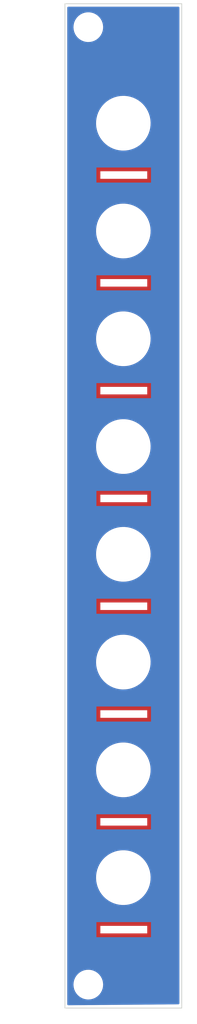
<source format=kicad_pcb>
(kicad_pcb (version 20211014) (generator pcbnew)
  (layers (0 "F.Cu" signal) (31 "B.Cu" signal) (34 "B.Paste" user) (35 "F.Paste" user) (36 "B.SilkS" user "B.Silkscreen") (37 "F.SilkS" user "F.Silkscreen") (38 "B.Mask" user) (39 "F.Mask" user) (44 "Edge.Cuts" user))
  (net 0 "")
  (footprint "MountingHole:MountingHole_6.4mm_M6" (layer "F.Cu") (at 4.5 84.234055)
    (fp_text reference "REF**" hide)
    (fp_text value "MountingHole_6.4mm_M6")
    (pad "" np_thru_hole circle (at 0 0) (size 6.4 6.4) (drill 6.4) (layers *.Cu *.Mask))
  )
  (footprint "MountingHole:MountingHole_6.4mm_M6" (layer "F.Cu") (at 4.5 42.86834)
    (fp_text reference "REF**" hide)
    (fp_text value "MountingHole_6.4mm_M6")
    (pad "" np_thru_hole circle (at 0 0) (size 6.4 6.4) (drill 6.4) (layers *.Cu *.Mask))
  )
  (footprint "MountingHole:MountingHole_6.4mm_M6" (layer "F.Cu") (at 4.5 15.2912)
    (fp_text reference "REF**" hide)
    (fp_text value "MountingHole_6.4mm_M6")
    (pad "" np_thru_hole circle (at 0 0) (size 6.4 6.4) (drill 6.4) (layers *.Cu *.Mask))
  )
  (footprint "MountingHole:MountingHole_6.4mm_M6" (layer "F.Cu") (at 4.5 98.022626)
    (fp_text reference "REF**" hide)
    (fp_text value "MountingHole_6.4mm_M6")
    (pad "" np_thru_hole circle (at 0 0) (size 6.4 6.4) (drill 6.4) (layers *.Cu *.Mask))
  )
  (footprint "MountingHole:MountingHole_3.2mm_M3" (layer "F.Cu") (at 0 125.5)
    (fp_text reference "REF**" hide)
    (fp_text value "MountingHole_3.2mm_M3")
    (pad "" np_thru_hole circle (at 0 0) (size 3.2 3.2) (drill 3.2) (layers *.Cu *.Mask))
  )
  (footprint "MountingHole:MountingHole_6.4mm_M6" (layer "F.Cu") (at 4.5 56.656913)
    (fp_text reference "REF**" hide)
    (fp_text value "MountingHole_6.4mm_M6")
    (pad "" np_thru_hole circle (at 0 0) (size 6.4 6.4) (drill 6.4) (layers *.Cu *.Mask))
  )
  (footprint "eurorack-pmod-module" (layer "F.Cu") (at -2 9.25)
    (fp_text reference "REF**" hide)
    (fp_text value "eurorack-pmod-module")
  )
  (footprint "MountingHole:MountingHole_6.4mm_M6" (layer "F.Cu") (at 4.5 111.8112)
    (fp_text reference "REF**" hide)
    (fp_text value "MountingHole_6.4mm_M6")
    (pad "" np_thru_hole circle (at 0 0) (size 6.4 6.4) (drill 6.4) (layers *.Cu *.Mask))
  )
  (footprint "MountingHole:MountingHole_6.4mm_M6" (layer "F.Cu") (at 4.5 70.445484)
    (fp_text reference "REF**" hide)
    (fp_text value "MountingHole_6.4mm_M6")
    (pad "" np_thru_hole circle (at 0 0) (size 6.4 6.4) (drill 6.4) (layers *.Cu *.Mask))
  )
  (footprint "MountingHole:MountingHole_3.2mm_M3" (layer "F.Cu") (at 0 3)
    (fp_text reference "REF**" hide)
    (fp_text value "MountingHole_3.2mm_M3")
    (pad "" np_thru_hole circle (at 0 0) (size 3.2 3.2) (drill 3.2) (layers *.Cu *.Mask))
  )
  (footprint "MountingHole:MountingHole_6.4mm_M6" (layer "F.Cu") (at 4.5 29.079771)
    (fp_text reference "REF**" hide)
    (fp_text value "MountingHole_6.4mm_M6")
    (pad "" np_thru_hole circle (at 0 0) (size 6.4 6.4) (drill 6.4) (layers *.Cu *.Mask))
  )
  (gr_line (start 12 0) (end 12 128.5) (layer "Edge.Cuts") (width 0.1))
  (gr_line (start -3 0) (end -3 128.5) (layer "Edge.Cuts") (width 0.1))
  (gr_line (start -3 128.5) (end 12 128.5) (layer "Edge.Cuts") (width 0.1))
  (gr_line (start -3 0) (end 12 0) (layer "Edge.Cuts") (width 0.1))
  (zone (net 0) (net_name "") (layer "F.Cu") (connect_pads (clearance 0)) (min_thickness 0.254)
    (keepout (tracks not_allowed) (vias not_allowed) (pads not_allowed) (copperpour not_allowed) (footprints not_allowed))
    (fill (thermal_gap 0.508) (thermal_bridge_width 0.508))
    (polygon (pts (xy 7.5692 36.195) (xy 1.5494 36.195) (xy 1.5494 35.2298) (xy 7.5692 35.2298)))
  )
  (zone (net 0) (net_name "") (layer "F.Cu") (connect_pads (clearance 0)) (min_thickness 0.254)
    (keepout (tracks not_allowed) (vias not_allowed) (pads not_allowed) (copperpour not_allowed) (footprints not_allowed))
    (fill (thermal_gap 0.508) (thermal_bridge_width 0.508))
    (polygon (pts (xy 7.5692 118.9482) (xy 1.5494 118.9482) (xy 1.5494 117.983) (xy 7.5692 117.983)))
  )
  (zone (net 0) (net_name "") (layer "F.Cu") (connect_pads (clearance 0)) (min_thickness 0.254)
    (keepout (tracks not_allowed) (vias not_allowed) (pads not_allowed) (copperpour not_allowed) (footprints not_allowed))
    (fill (thermal_gap 0.508) (thermal_bridge_width 0.508))
    (polygon (pts (xy 7.5692 77.5716) (xy 1.5494 77.5716) (xy 1.5494 76.6064) (xy 7.5692 76.6064)))
  )
  (zone (net 0) (net_name "") (layer "F.Cu") (connect_pads (clearance 0)) (min_thickness 0.254)
    (keepout (tracks not_allowed) (vias not_allowed) (pads not_allowed) (copperpour not_allowed) (footprints not_allowed))
    (fill (thermal_gap 0.508) (thermal_bridge_width 0.508))
    (polygon (pts (xy 7.5692 91.3638) (xy 1.5494 91.3638) (xy 1.5494 90.3986) (xy 7.5692 90.3986)))
  )
  (zone (net 0) (net_name "") (layer "F.Cu") (connect_pads (clearance 0)) (min_thickness 0.254)
    (keepout (tracks not_allowed) (vias not_allowed) (pads not_allowed) (copperpour not_allowed) (footprints not_allowed))
    (fill (thermal_gap 0.508) (thermal_bridge_width 0.508))
    (polygon (pts (xy 7.5692 22.4028) (xy 1.5494 22.4028) (xy 1.5494 21.4376) (xy 7.5692 21.4376)))
  )
  (zone (net 0) (net_name "") (layer "F.Cu") (connect_pads (clearance 0)) (min_thickness 0.254)
    (keepout (tracks not_allowed) (vias not_allowed) (pads not_allowed) (copperpour not_allowed) (footprints not_allowed))
    (fill (thermal_gap 0.508) (thermal_bridge_width 0.508))
    (polygon (pts (xy 7.5692 63.7794) (xy 1.5494 63.7794) (xy 1.5494 62.8142) (xy 7.5692 62.8142)))
  )
  (zone (net 0) (net_name "") (layer "F.Cu") (connect_pads (clearance 0)) (min_thickness 0.254)
    (keepout (tracks not_allowed) (vias not_allowed) (pads not_allowed) (copperpour not_allowed) (footprints not_allowed))
    (fill (thermal_gap 0.508) (thermal_bridge_width 0.508))
    (polygon (pts (xy 7.5692 49.9872) (xy 1.5494 49.9872) (xy 1.5494 49.022) (xy 7.5692 49.022)))
  )
  (zone (net 0) (net_name "") (layer "F.Cu") (connect_pads (clearance 0.3)) (min_thickness 0.254) (fill yes (thermal_gap 0.508) (thermal_bridge_width 0.508))
    (polygon (pts (xy 11.938 128.016) (xy -3.048 128.143) (xy -3.048 0.381) (xy 11.938 0.381)))
  )
  (zone (net 0) (net_name "") (layer "F.Cu") (connect_pads (clearance 0)) (min_thickness 0.254)
    (keepout (tracks not_allowed) (vias not_allowed) (pads not_allowed) (copperpour not_allowed) (footprints not_allowed))
    (fill (thermal_gap 0.508) (thermal_bridge_width 0.508))
    (polygon (pts (xy 7.5692 105.156) (xy 1.5494 105.156) (xy 1.5494 104.1908) (xy 7.5692 104.1908)))
  )
  (zone (net 0) (net_name "") (layer "B.Cu") (connect_pads (clearance 0)) (min_thickness 0.254)
    (keepout (tracks not_allowed) (vias not_allowed) (pads not_allowed) (copperpour not_allowed) (footprints not_allowed))
    (fill (thermal_gap 0.508) (thermal_bridge_width 0.508))
    (polygon (pts (xy 8.0518 22.8854) (xy 1.0414 22.8854) (xy 1.0414 20.955) (xy 8.0518 20.955)))
  )
  (zone (net 0) (net_name "") (layer "B.Cu") (connect_pads (clearance 0.3)) (min_thickness 0.254) (fill yes (thermal_gap 0.508) (thermal_bridge_width 0.508))
    (polygon (pts (xy 11.938 128.016) (xy -3.048 128.143) (xy -3.048 0.381) (xy 11.938 0.381)))
  )
  (zone (net 0) (net_name "") (layer "B.Cu") (connect_pads (clearance 0)) (min_thickness 0.254)
    (keepout (tracks not_allowed) (vias not_allowed) (pads not_allowed) (copperpour not_allowed) (footprints not_allowed))
    (fill (thermal_gap 0.508) (thermal_bridge_width 0.508))
    (polygon (pts (xy 8.0518 50.4698) (xy 1.0414 50.4698) (xy 1.0414 48.5394) (xy 8.0518 48.5394)))
  )
  (zone (net 0) (net_name "") (layer "B.Cu") (connect_pads (clearance 0)) (min_thickness 0.254)
    (keepout (tracks not_allowed) (vias not_allowed) (pads not_allowed) (copperpour not_allowed) (footprints not_allowed))
    (fill (thermal_gap 0.508) (thermal_bridge_width 0.508))
    (polygon (pts (xy 8.0518 91.8464) (xy 1.0414 91.8464) (xy 1.0414 89.916) (xy 8.0518 89.916)))
  )
  (zone (net 0) (net_name "") (layer "B.Cu") (connect_pads (clearance 0)) (min_thickness 0.254)
    (keepout (tracks not_allowed) (vias not_allowed) (pads not_allowed) (copperpour not_allowed) (footprints not_allowed))
    (fill (thermal_gap 0.508) (thermal_bridge_width 0.508))
    (polygon (pts (xy 8.0518 78.0542) (xy 1.0414 78.0542) (xy 1.0414 76.1238) (xy 8.0518 76.1238)))
  )
  (zone (net 0) (net_name "") (layer "B.Cu") (connect_pads (clearance 0)) (min_thickness 0.254)
    (keepout (tracks not_allowed) (vias not_allowed) (pads not_allowed) (copperpour not_allowed) (footprints not_allowed))
    (fill (thermal_gap 0.508) (thermal_bridge_width 0.508))
    (polygon (pts (xy 8.0518 64.262) (xy 1.0414 64.262) (xy 1.0414 62.3316) (xy 8.0518 62.3316)))
  )
  (zone (net 0) (net_name "") (layer "B.Cu") (connect_pads (clearance 0)) (min_thickness 0.254)
    (keepout (tracks not_allowed) (vias not_allowed) (pads not_allowed) (copperpour not_allowed) (footprints not_allowed))
    (fill (thermal_gap 0.508) (thermal_bridge_width 0.508))
    (polygon (pts (xy 8.0518 36.6776) (xy 1.0414 36.6776) (xy 1.0414 34.7472) (xy 8.0518 34.7472)))
  )
  (zone (net 0) (net_name "") (layer "B.Cu") (connect_pads (clearance 0)) (min_thickness 0.254)
    (keepout (tracks not_allowed) (vias not_allowed) (pads not_allowed) (copperpour not_allowed) (footprints not_allowed))
    (fill (thermal_gap 0.508) (thermal_bridge_width 0.508))
    (polygon (pts (xy 8.0518 105.6386) (xy 1.0414 105.6386) (xy 1.0414 103.7082) (xy 8.0518 103.7082)))
  )
  (zone (net 0) (net_name "") (layer "B.Cu") (connect_pads (clearance 0)) (min_thickness 0.254)
    (keepout (tracks not_allowed) (vias not_allowed) (pads not_allowed) (copperpour not_allowed) (footprints not_allowed))
    (fill (thermal_gap 0.508) (thermal_bridge_width 0.508))
    (polygon (pts (xy 8.0518 119.4308) (xy 1.0414 119.4308) (xy 1.0414 117.5004) (xy 8.0518 117.5004)))
  )
)
</source>
